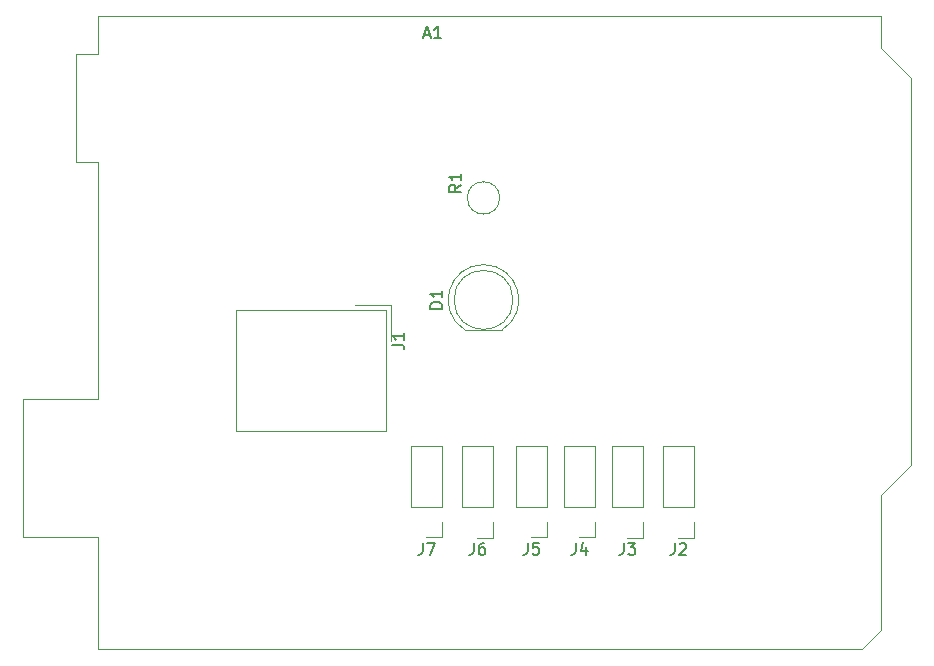
<source format=gbr>
%TF.GenerationSoftware,KiCad,Pcbnew,7.0.7*%
%TF.CreationDate,2024-01-23T09:59:48+09:00*%
%TF.ProjectId,arduino_sheild,61726475-696e-46f5-9f73-6865696c642e,rev?*%
%TF.SameCoordinates,Original*%
%TF.FileFunction,Legend,Top*%
%TF.FilePolarity,Positive*%
%FSLAX46Y46*%
G04 Gerber Fmt 4.6, Leading zero omitted, Abs format (unit mm)*
G04 Created by KiCad (PCBNEW 7.0.7) date 2024-01-23 09:59:48*
%MOMM*%
%LPD*%
G01*
G04 APERTURE LIST*
%ADD10C,0.150000*%
%ADD11C,0.120000*%
G04 APERTURE END LIST*
D10*
X205025714Y-60621104D02*
X205501904Y-60621104D01*
X204930476Y-60906819D02*
X205263809Y-59906819D01*
X205263809Y-59906819D02*
X205597142Y-60906819D01*
X206454285Y-60906819D02*
X205882857Y-60906819D01*
X206168571Y-60906819D02*
X206168571Y-59906819D01*
X206168571Y-59906819D02*
X206073333Y-60049676D01*
X206073333Y-60049676D02*
X205978095Y-60144914D01*
X205978095Y-60144914D02*
X205882857Y-60192533D01*
X217852666Y-103623819D02*
X217852666Y-104338104D01*
X217852666Y-104338104D02*
X217805047Y-104480961D01*
X217805047Y-104480961D02*
X217709809Y-104576200D01*
X217709809Y-104576200D02*
X217566952Y-104623819D01*
X217566952Y-104623819D02*
X217471714Y-104623819D01*
X218757428Y-103957152D02*
X218757428Y-104623819D01*
X218519333Y-103576200D02*
X218281238Y-104290485D01*
X218281238Y-104290485D02*
X218900285Y-104290485D01*
X213788666Y-103623819D02*
X213788666Y-104338104D01*
X213788666Y-104338104D02*
X213741047Y-104480961D01*
X213741047Y-104480961D02*
X213645809Y-104576200D01*
X213645809Y-104576200D02*
X213502952Y-104623819D01*
X213502952Y-104623819D02*
X213407714Y-104623819D01*
X214741047Y-103623819D02*
X214264857Y-103623819D01*
X214264857Y-103623819D02*
X214217238Y-104100009D01*
X214217238Y-104100009D02*
X214264857Y-104052390D01*
X214264857Y-104052390D02*
X214360095Y-104004771D01*
X214360095Y-104004771D02*
X214598190Y-104004771D01*
X214598190Y-104004771D02*
X214693428Y-104052390D01*
X214693428Y-104052390D02*
X214741047Y-104100009D01*
X214741047Y-104100009D02*
X214788666Y-104195247D01*
X214788666Y-104195247D02*
X214788666Y-104433342D01*
X214788666Y-104433342D02*
X214741047Y-104528580D01*
X214741047Y-104528580D02*
X214693428Y-104576200D01*
X214693428Y-104576200D02*
X214598190Y-104623819D01*
X214598190Y-104623819D02*
X214360095Y-104623819D01*
X214360095Y-104623819D02*
X214264857Y-104576200D01*
X214264857Y-104576200D02*
X214217238Y-104528580D01*
X208142819Y-73318666D02*
X207666628Y-73651999D01*
X208142819Y-73890094D02*
X207142819Y-73890094D01*
X207142819Y-73890094D02*
X207142819Y-73509142D01*
X207142819Y-73509142D02*
X207190438Y-73413904D01*
X207190438Y-73413904D02*
X207238057Y-73366285D01*
X207238057Y-73366285D02*
X207333295Y-73318666D01*
X207333295Y-73318666D02*
X207476152Y-73318666D01*
X207476152Y-73318666D02*
X207571390Y-73366285D01*
X207571390Y-73366285D02*
X207619009Y-73413904D01*
X207619009Y-73413904D02*
X207666628Y-73509142D01*
X207666628Y-73509142D02*
X207666628Y-73890094D01*
X208142819Y-72366285D02*
X208142819Y-72937713D01*
X208142819Y-72651999D02*
X207142819Y-72651999D01*
X207142819Y-72651999D02*
X207285676Y-72747237D01*
X207285676Y-72747237D02*
X207380914Y-72842475D01*
X207380914Y-72842475D02*
X207428533Y-72937713D01*
X221916666Y-103638819D02*
X221916666Y-104353104D01*
X221916666Y-104353104D02*
X221869047Y-104495961D01*
X221869047Y-104495961D02*
X221773809Y-104591200D01*
X221773809Y-104591200D02*
X221630952Y-104638819D01*
X221630952Y-104638819D02*
X221535714Y-104638819D01*
X222297619Y-103638819D02*
X222916666Y-103638819D01*
X222916666Y-103638819D02*
X222583333Y-104019771D01*
X222583333Y-104019771D02*
X222726190Y-104019771D01*
X222726190Y-104019771D02*
X222821428Y-104067390D01*
X222821428Y-104067390D02*
X222869047Y-104115009D01*
X222869047Y-104115009D02*
X222916666Y-104210247D01*
X222916666Y-104210247D02*
X222916666Y-104448342D01*
X222916666Y-104448342D02*
X222869047Y-104543580D01*
X222869047Y-104543580D02*
X222821428Y-104591200D01*
X222821428Y-104591200D02*
X222726190Y-104638819D01*
X222726190Y-104638819D02*
X222440476Y-104638819D01*
X222440476Y-104638819D02*
X222345238Y-104591200D01*
X222345238Y-104591200D02*
X222297619Y-104543580D01*
X226234666Y-103638819D02*
X226234666Y-104353104D01*
X226234666Y-104353104D02*
X226187047Y-104495961D01*
X226187047Y-104495961D02*
X226091809Y-104591200D01*
X226091809Y-104591200D02*
X225948952Y-104638819D01*
X225948952Y-104638819D02*
X225853714Y-104638819D01*
X226663238Y-103734057D02*
X226710857Y-103686438D01*
X226710857Y-103686438D02*
X226806095Y-103638819D01*
X226806095Y-103638819D02*
X227044190Y-103638819D01*
X227044190Y-103638819D02*
X227139428Y-103686438D01*
X227139428Y-103686438D02*
X227187047Y-103734057D01*
X227187047Y-103734057D02*
X227234666Y-103829295D01*
X227234666Y-103829295D02*
X227234666Y-103924533D01*
X227234666Y-103924533D02*
X227187047Y-104067390D01*
X227187047Y-104067390D02*
X226615619Y-104638819D01*
X226615619Y-104638819D02*
X227234666Y-104638819D01*
X204898666Y-103623819D02*
X204898666Y-104338104D01*
X204898666Y-104338104D02*
X204851047Y-104480961D01*
X204851047Y-104480961D02*
X204755809Y-104576200D01*
X204755809Y-104576200D02*
X204612952Y-104623819D01*
X204612952Y-104623819D02*
X204517714Y-104623819D01*
X205279619Y-103623819D02*
X205946285Y-103623819D01*
X205946285Y-103623819D02*
X205517714Y-104623819D01*
X202342319Y-86860833D02*
X203056604Y-86860833D01*
X203056604Y-86860833D02*
X203199461Y-86908452D01*
X203199461Y-86908452D02*
X203294700Y-87003690D01*
X203294700Y-87003690D02*
X203342319Y-87146547D01*
X203342319Y-87146547D02*
X203342319Y-87241785D01*
X203342319Y-85860833D02*
X203342319Y-86432261D01*
X203342319Y-86146547D02*
X202342319Y-86146547D01*
X202342319Y-86146547D02*
X202485176Y-86241785D01*
X202485176Y-86241785D02*
X202580414Y-86337023D01*
X202580414Y-86337023D02*
X202628033Y-86432261D01*
X206552819Y-83796094D02*
X205552819Y-83796094D01*
X205552819Y-83796094D02*
X205552819Y-83557999D01*
X205552819Y-83557999D02*
X205600438Y-83415142D01*
X205600438Y-83415142D02*
X205695676Y-83319904D01*
X205695676Y-83319904D02*
X205790914Y-83272285D01*
X205790914Y-83272285D02*
X205981390Y-83224666D01*
X205981390Y-83224666D02*
X206124247Y-83224666D01*
X206124247Y-83224666D02*
X206314723Y-83272285D01*
X206314723Y-83272285D02*
X206409961Y-83319904D01*
X206409961Y-83319904D02*
X206505200Y-83415142D01*
X206505200Y-83415142D02*
X206552819Y-83557999D01*
X206552819Y-83557999D02*
X206552819Y-83796094D01*
X206552819Y-82272285D02*
X206552819Y-82843713D01*
X206552819Y-82557999D02*
X205552819Y-82557999D01*
X205552819Y-82557999D02*
X205695676Y-82653237D01*
X205695676Y-82653237D02*
X205790914Y-82748475D01*
X205790914Y-82748475D02*
X205838533Y-82843713D01*
X209216666Y-103638819D02*
X209216666Y-104353104D01*
X209216666Y-104353104D02*
X209169047Y-104495961D01*
X209169047Y-104495961D02*
X209073809Y-104591200D01*
X209073809Y-104591200D02*
X208930952Y-104638819D01*
X208930952Y-104638819D02*
X208835714Y-104638819D01*
X210121428Y-103638819D02*
X209930952Y-103638819D01*
X209930952Y-103638819D02*
X209835714Y-103686438D01*
X209835714Y-103686438D02*
X209788095Y-103734057D01*
X209788095Y-103734057D02*
X209692857Y-103876914D01*
X209692857Y-103876914D02*
X209645238Y-104067390D01*
X209645238Y-104067390D02*
X209645238Y-104448342D01*
X209645238Y-104448342D02*
X209692857Y-104543580D01*
X209692857Y-104543580D02*
X209740476Y-104591200D01*
X209740476Y-104591200D02*
X209835714Y-104638819D01*
X209835714Y-104638819D02*
X210026190Y-104638819D01*
X210026190Y-104638819D02*
X210121428Y-104591200D01*
X210121428Y-104591200D02*
X210169047Y-104543580D01*
X210169047Y-104543580D02*
X210216666Y-104448342D01*
X210216666Y-104448342D02*
X210216666Y-104210247D01*
X210216666Y-104210247D02*
X210169047Y-104115009D01*
X210169047Y-104115009D02*
X210121428Y-104067390D01*
X210121428Y-104067390D02*
X210026190Y-104019771D01*
X210026190Y-104019771D02*
X209835714Y-104019771D01*
X209835714Y-104019771D02*
X209740476Y-104067390D01*
X209740476Y-104067390D02*
X209692857Y-104115009D01*
X209692857Y-104115009D02*
X209645238Y-104210247D01*
D11*
%TO.C,A1*%
X246256000Y-97032000D02*
X246256000Y-64262000D01*
X246256000Y-64262000D02*
X243716000Y-61722000D01*
X243716000Y-111002000D02*
X243716000Y-99572000D01*
X243716000Y-99572000D02*
X246256000Y-97032000D01*
X243716000Y-61722000D02*
X243716000Y-59052000D01*
X243716000Y-59052000D02*
X177416000Y-59052000D01*
X242066000Y-112652000D02*
X243716000Y-111002000D01*
X177416000Y-112652000D02*
X242066000Y-112652000D01*
X177416000Y-103122000D02*
X177416000Y-112652000D01*
X177416000Y-91442000D02*
X171066000Y-91442000D01*
X177416000Y-71372000D02*
X177416000Y-91442000D01*
X177416000Y-62232000D02*
X175516000Y-62232000D01*
X177416000Y-59052000D02*
X177416000Y-62232000D01*
X175516000Y-71372000D02*
X177416000Y-71372000D01*
X175516000Y-62232000D02*
X175516000Y-71372000D01*
X171066000Y-103122000D02*
X177416000Y-103122000D01*
X171066000Y-91442000D02*
X171066000Y-103122000D01*
%TO.C,J4*%
X216856000Y-100569000D02*
X216856000Y-95429000D01*
X219516000Y-95429000D02*
X216856000Y-95429000D01*
X219516000Y-100569000D02*
X216856000Y-100569000D01*
X219516000Y-100569000D02*
X219516000Y-95429000D01*
X219516000Y-101839000D02*
X219516000Y-103169000D01*
X219516000Y-103169000D02*
X218186000Y-103169000D01*
%TO.C,J5*%
X212792000Y-100569000D02*
X212792000Y-95429000D01*
X215452000Y-95429000D02*
X212792000Y-95429000D01*
X215452000Y-100569000D02*
X212792000Y-100569000D01*
X215452000Y-100569000D02*
X215452000Y-95429000D01*
X215452000Y-101839000D02*
X215452000Y-103169000D01*
X215452000Y-103169000D02*
X214122000Y-103169000D01*
%TO.C,R1*%
X211428000Y-74422000D02*
G75*
G03*
X211428000Y-74422000I-1370000J0D01*
G01*
X210058000Y-73052000D02*
X210058000Y-72982000D01*
%TO.C,J3*%
X220920000Y-100584000D02*
X220920000Y-95444000D01*
X223580000Y-95444000D02*
X220920000Y-95444000D01*
X223580000Y-100584000D02*
X220920000Y-100584000D01*
X223580000Y-100584000D02*
X223580000Y-95444000D01*
X223580000Y-101854000D02*
X223580000Y-103184000D01*
X223580000Y-103184000D02*
X222250000Y-103184000D01*
%TO.C,J2*%
X225238000Y-100584000D02*
X225238000Y-95444000D01*
X227898000Y-95444000D02*
X225238000Y-95444000D01*
X227898000Y-100584000D02*
X225238000Y-100584000D01*
X227898000Y-100584000D02*
X227898000Y-95444000D01*
X227898000Y-101854000D02*
X227898000Y-103184000D01*
X227898000Y-103184000D02*
X226568000Y-103184000D01*
%TO.C,J7*%
X206562000Y-103169000D02*
X205232000Y-103169000D01*
X206562000Y-101839000D02*
X206562000Y-103169000D01*
X206562000Y-100569000D02*
X206562000Y-95429000D01*
X206562000Y-100569000D02*
X203902000Y-100569000D01*
X206562000Y-95429000D02*
X203902000Y-95429000D01*
X203902000Y-100569000D02*
X203902000Y-95429000D01*
%TO.C,J1*%
X202187500Y-83527500D02*
X202187500Y-86527500D01*
X199187500Y-83527500D02*
X202187500Y-83527500D01*
X201807500Y-83907500D02*
X189067500Y-83907500D01*
X201807500Y-83907500D02*
X189067500Y-83907500D01*
X201807500Y-83907500D02*
X201807500Y-94147500D01*
X201807500Y-83907500D02*
X201807500Y-94147500D01*
X189067500Y-83907500D02*
X189067500Y-94147500D01*
X189067500Y-83907500D02*
X189067500Y-94147500D01*
X201807500Y-94147500D02*
X189067500Y-94147500D01*
X201807500Y-94147500D02*
X189067500Y-94147500D01*
%TO.C,D1*%
X212558000Y-83058000D02*
G75*
G03*
X212558000Y-83058000I-2500000J0D01*
G01*
X211602830Y-85618000D02*
G75*
G03*
X210057538Y-80068000I-1544830J2560000D01*
G01*
X210058462Y-80068001D02*
G75*
G03*
X208513170Y-85617999I-462J-2989999D01*
G01*
X208513000Y-85618000D02*
X211603000Y-85618000D01*
%TO.C,J6*%
X210880000Y-103184000D02*
X209550000Y-103184000D01*
X210880000Y-101854000D02*
X210880000Y-103184000D01*
X210880000Y-100584000D02*
X210880000Y-95444000D01*
X210880000Y-100584000D02*
X208220000Y-100584000D01*
X210880000Y-95444000D02*
X208220000Y-95444000D01*
X208220000Y-100584000D02*
X208220000Y-95444000D01*
%TD*%
M02*

</source>
